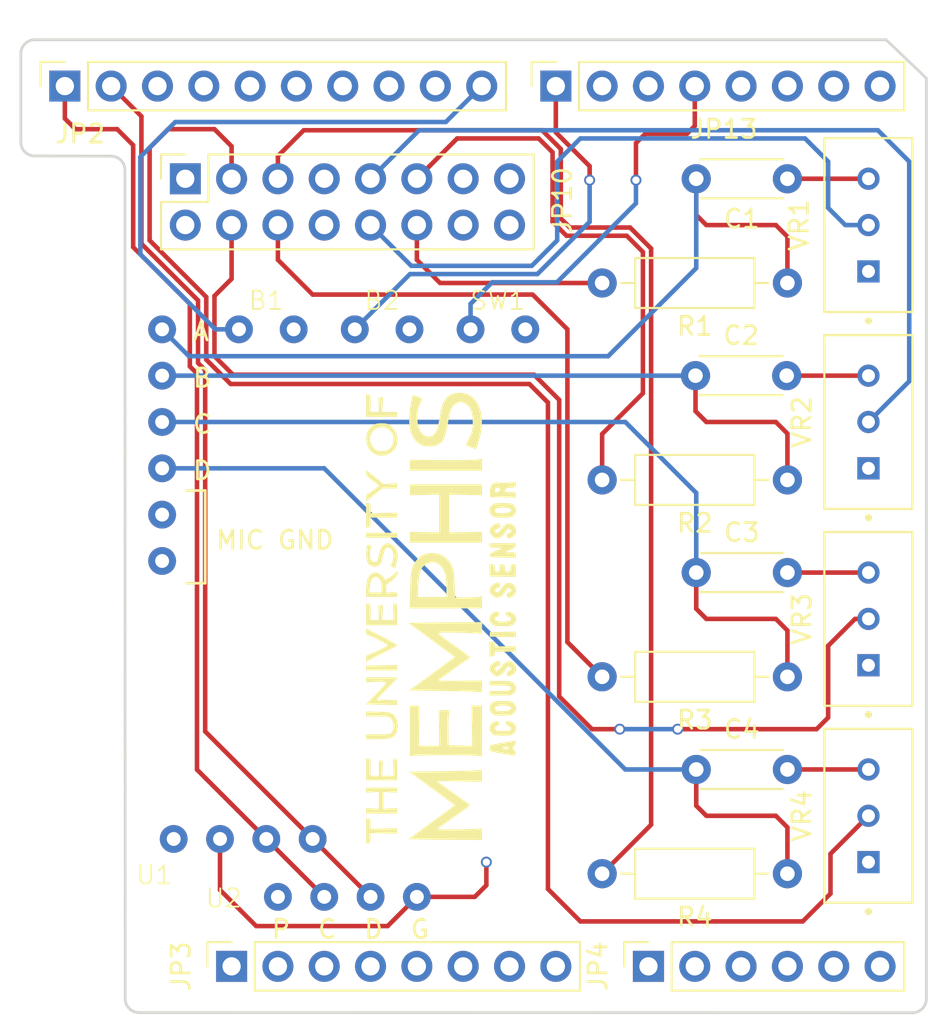
<source format=kicad_pcb>
(kicad_pcb (version 20221018) (generator pcbnew)
  (title_block (date "mar. 31 mars 2015"))
  (layers (0 "F.Cu" signal) (1 "In1.Cu" power) (2 "In2.Cu" power) (31 "B.Cu" signal) (34 "B.Paste" user) (35 "F.Paste" user) (36 "B.SilkS" user "B.Silkscreen") (37 "F.SilkS" user "F.Silkscreen") (38 "B.Mask" user) (39 "F.Mask" user) (44 "Edge.Cuts" user))
  (net 0 "")
  (net 1 "GND")
  (net 2 "Record")
  (net 3 "+5V")
  (net 4 "/IOREF")
  (net 5 "/A0")
  (net 6 "/A1")
  (net 7 "/A2")
  (net 8 "/A3")
  (net 9 "Gain")
  (net 10 "Net-(C1-Pad1)")
  (net 11 "Net-(M1-1)")
  (net 12 "Net-(M2-1)")
  (net 13 "/AREF")
  (net 14 "Net-(C2-Pad2)")
  (net 15 "Net-(M3-1)")
  (net 16 "Net-(C3-Pad2)")
  (net 17 "Net-(M4-1)")
  (net 18 "Net-(C4-Pad2)")
  (net 19 "SCL")
  (net 20 "SDA")
  (net 21 "/SPI_SCK{slash}D13")
  (net 22 "/SPI_MISO{slash}D12")
  (net 23 "/SPI_MOSI{slash}D11")
  (net 24 "/SPI_CS{slash}D10")
  (net 25 "/*D9")
  (net 26 "+3V3")
  (net 27 "VCC")
  (net 29 "/RST")
  (net 30 "/A4")
  (net 31 "/A5")
  (net 32 "/UART_SEL")
  (net 33 "Mic D")
  (net 34 "Mic C")
  (net 35 "Bias D")
  (net 36 "Bias C")
  (net 37 "Mic B")
  (net 38 "Mic A")
  (net 39 "Bias B")
  (net 40 "Bias A")
  (net 42 "/DMIC_CLK")
  (net 43 "/*D6")
  (net 44 "/*D5")
  (net 45 "Aux")
  (net 46 "/*D3")
  (net 47 "/D2")
  (net 48 "/TX{slash}D1")
  (net 49 "/RX{slash}D0")
  (net 50 "GNDA")
  (footprint "Connector_PinSocket_2.54mm:PinSocket_1x08_P2.54mm_Vertical" (layer "F.Cu") (at 127.94 97.46 90)
    (fp_text reference "JP3" (at 0 -2.77 90) (layer "F.SilkS"))
    (fp_text value "Power")
    (pad "1" thru_hole rect locked (at 0 0 90) (size 1.7 1.7) (drill 1) (layers "*.Cu" "*.Mask"))
    (pad "2" thru_hole oval locked (at 0 2.54 90) (size 1.7 1.7) (drill 1) (layers "*.Cu" "*.Mask") (net 4 "/IOREF"))
    (pad "3" thru_hole oval locked (at 0 5.08 90) (size 1.7 1.7) (drill 1) (layers "*.Cu" "*.Mask") (net 29 "/RST"))
    (pad "4" thru_hole oval locked (at 0 7.62 90) (size 1.7 1.7) (drill 1) (layers "*.Cu" "*.Mask") (net 26 "+3V3"))
    (pad "5" thru_hole oval locked (at 0 10.16 90) (size 1.7 1.7) (drill 1) (layers "*.Cu" "*.Mask") (net 3 "+5V"))
    (pad "6" thru_hole oval locked (at 0 12.7 90) (size 1.7 1.7) (drill 1) (layers "*.Cu" "*.Mask") (net 1 "GND"))
    (pad "7" thru_hole oval locked (at 0 15.24 90) (size 1.7 1.7) (drill 1) (layers "*.Cu" "*.Mask") (net 1 "GND"))
    (pad "8" thru_hole oval locked (at 0 17.78 90) (size 1.7 1.7) (drill 1) (layers "*.Cu" "*.Mask") (net 27 "VCC"))
  )
  (footprint "Connector_PinSocket_2.54mm:PinSocket_1x06_P2.54mm_Vertical" (layer "F.Cu") (at 150.8 97.46 90)
    (fp_text reference "JP4" (at 0 -2.77 90) (layer "F.SilkS"))
    (fp_text value "Analog")
    (pad "1" thru_hole rect locked (at 0 0 90) (size 1.7 1.7) (drill 1) (layers "*.Cu" "*.Mask") (net 5 "/A0"))
    (pad "2" thru_hole oval locked (at 0 2.54 90) (size 1.7 1.7) (drill 1) (layers "*.Cu" "*.Mask") (net 6 "/A1"))
    (pad "3" thru_hole oval locked (at 0 5.08 90) (size 1.7 1.7) (drill 1) (layers "*.Cu" "*.Mask") (net 7 "/A2"))
    (pad "4" thru_hole oval locked (at 0 7.62 90) (size 1.7 1.7) (drill 1) (layers "*.Cu" "*.Mask") (net 8 "/A3"))
    (pad "5" thru_hole oval locked (at 0 10.16 90) (size 1.7 1.7) (drill 1) (layers "*.Cu" "*.Mask") (net 30 "/A4"))
    (pad "6" thru_hole oval locked (at 0 12.7 90) (size 1.7 1.7) (drill 1) (layers "*.Cu" "*.Mask") (net 31 "/A5"))
  )
  (footprint "Connector_PinSocket_2.54mm:PinSocket_1x10_P2.54mm_Vertical" (layer "F.Cu") (at 118.796 49.2 90)
    (fp_text reference "JP2" (at -2.616 0.838 180) (layer "F.SilkS"))
    (fp_text value "Digital/PWM")
    (pad "1" thru_hole rect locked (at 0 0 90) (size 1.7 1.7) (drill 1) (layers "*.Cu" "*.Mask") (net 19 "SCL"))
    (pad "2" thru_hole oval locked (at 0 2.54 90) (size 1.7 1.7) (drill 1) (layers "*.Cu" "*.Mask") (net 20 "SDA"))
    (pad "3" thru_hole oval locked (at 0 5.08 90) (size 1.7 1.7) (drill 1) (layers "*.Cu" "*.Mask") (net 13 "/AREF"))
    (pad "4" thru_hole oval locked (at 0 7.62 90) (size 1.7 1.7) (drill 1) (layers "*.Cu" "*.Mask") (net 1 "GND"))
    (pad "5" thru_hole oval locked (at 0 10.16 90) (size 1.7 1.7) (drill 1) (layers "*.Cu" "*.Mask") (net 21 "/SPI_SCK{slash}D13"))
    (pad "6" thru_hole oval locked (at 0 12.7 90) (size 1.7 1.7) (drill 1) (layers "*.Cu" "*.Mask") (net 22 "/SPI_MISO{slash}D12"))
    (pad "7" thru_hole oval locked (at 0 15.24 90) (size 1.7 1.7) (drill 1) (layers "*.Cu" "*.Mask") (net 23 "/SPI_MOSI{slash}D11"))
    (pad "8" thru_hole oval locked (at 0 17.78 90) (size 1.7 1.7) (drill 1) (layers "*.Cu" "*.Mask") (net 24 "/SPI_CS{slash}D10"))
    (pad "9" thru_hole oval locked (at 0 20.32 90) (size 1.7 1.7) (drill 1) (layers "*.Cu" "*.Mask") (net 25 "/*D9"))
    (pad "10" thru_hole oval locked (at 0 22.86 90) (size 1.7 1.7) (drill 1) (layers "*.Cu" "*.Mask") (net 2 "Record"))
  )
  (footprint "Connector_PinSocket_2.54mm:PinSocket_1x08_P2.54mm_Vertical" (layer "F.Cu") (at 145.72 49.2 90)
    (fp_text reference "JP13" hide)
    (fp_text value "Digital/PWM")
    (fp_text user "${REFERENCE}" (at -2.362 9.22) (layer "F.SilkS"))
    (pad "1" thru_hole rect locked (at 0 0 90) (size 1.7 1.7) (drill 1) (layers "*.Cu" "*.Mask") (net 9 "Gain"))
    (pad "2" thru_hole oval locked (at 0 2.54 90) (size 1.7 1.7) (drill 1) (layers "*.Cu" "*.Mask") (net 43 "/*D6"))
    (pad "3" thru_hole oval locked (at 0 5.08 90) (size 1.7 1.7) (drill 1) (layers "*.Cu" "*.Mask") (net 44 "/*D5"))
    (pad "4" thru_hole oval locked (at 0 7.62 90) (size 1.7 1.7) (drill 1) (layers "*.Cu" "*.Mask") (net 45 "Aux"))
    (pad "5" thru_hole oval locked (at 0 10.16 90) (size 1.7 1.7) (drill 1) (layers "*.Cu" "*.Mask") (net 46 "/*D3"))
    (pad "6" thru_hole oval locked (at 0 12.7 90) (size 1.7 1.7) (drill 1) (layers "*.Cu" "*.Mask") (net 47 "/D2"))
    (pad "7" thru_hole oval locked (at 0 15.24 90) (size 1.7 1.7) (drill 1) (layers "*.Cu" "*.Mask") (net 48 "/TX{slash}D1"))
    (pad "8" thru_hole oval locked (at 0 17.78 90) (size 1.7 1.7) (drill 1) (layers "*.Cu" "*.Mask") (net 49 "/RX{slash}D0"))
  )
  (footprint "Resistor_THT:R_Axial_DIN0207_L6.3mm_D2.5mm_P10.16mm_Horizontal" (layer "F.Cu") (at 158.42 70.79 180)
    (fp_text reference "R2" (at 5.08 -2.37) (layer "F.SilkS"))
    (fp_text value "2.2k")
    (pad "1" thru_hole circle (at 0 0 180) (size 1.6 1.6) (drill 0.8) (layers "*.Cu" "*.Mask") (net 12 "Net-(M2-1)"))
    (pad "2" thru_hole oval (at 10.16 0 180) (size 1.6 1.6) (drill 0.8) (layers "*.Cu" "*.Mask") (net 39 "Bias B"))
  )
  (footprint "KevinAcousticSensor:Jumper-Cable_Button-Switch" (layer "F.Cu") (at 136.195 62.535)
    (fp_text reference "B2" (at 0 -1.575 unlocked) (layer "F.SilkS") (effects (font (thickness 0.1))))
    (fp_text value "~")
    (pad "1" thru_hole circle (at -1.5 0) (size 1.524 1.524) (drill 0.762) (layers "*.Cu" "*.Mask") (net 9 "Gain"))
    (pad "2" thru_hole circle (at 1.5 0) (size 1.524 1.524) (drill 0.762) (layers "*.Cu" "*.Mask") (net 1 "GND"))
  )
  (footprint "KevinAcousticSensor:TRIM_3296W-1-103" (layer "F.Cu") (at 162.865 78.41 90)
    (fp_text reference "VR3" (at 0 -3.65058 90) (layer "F.SilkS") (effects (font (size 1.004283 1.004283))))
    (fp_text value "MIC C")
    (pad "1" thru_hole rect (at -2.54 0 90) (size 1.218 1.218) (drill 0.71) (layers "*.Cu" "*.Mask") (net 1 "GND"))
    (pad "2" thru_hole circle (at 0 0 90) (size 1.218 1.218) (drill 0.71) (layers "*.Cu" "*.Mask") (net 34 "Mic C"))
    (pad "3" thru_hole circle (at 2.54 0 90) (size 1.218 1.218) (drill 0.71) (layers "*.Cu" "*.Mask") (net 16 "Net-(C3-Pad2)"))
  )
  (footprint "KevinAcousticSensor:TRIM_3296W-1-103" (layer "F.Cu") (at 162.865 56.82 90)
    (fp_text reference "VR1" (at 0 -3.81 90) (layer "F.SilkS") (effects (font (size 1.004283 1.004283))))
    (fp_text value "MIC A")
    (pad "1" thru_hole rect (at -2.54 0 90) (size 1.218 1.218) (drill 0.71) (layers "*.Cu" "*.Mask") (net 1 "GND"))
    (pad "2" thru_hole circle (at 0 0 90) (size 1.218 1.218) (drill 0.71) (layers "*.Cu" "*.Mask") (net 38 "Mic A"))
    (pad "3" thru_hole circle (at 2.54 0 90) (size 1.218 1.218) (drill 0.71) (layers "*.Cu" "*.Mask") (net 10 "Net-(C1-Pad1)"))
  )
  (footprint "KevinAcousticSensor:TRIM_3296W-1-103" (layer "F.Cu") (at 162.865 89.205 90)
    (fp_text reference "VR4" (at 0 -3.65058 90) (layer "F.SilkS") (effects (font (size 1.004283 1.004283))))
    (fp_text value "MIC D")
    (pad "1" thru_hole rect (at -2.54 0 90) (size 1.218 1.218) (drill 0.71) (layers "*.Cu" "*.Mask") (net 1 "GND"))
    (pad "2" thru_hole circle (at 0 0 90) (size 1.218 1.218) (drill 0.71) (layers "*.Cu" "*.Mask") (net 33 "Mic D"))
    (pad "3" thru_hole circle (at 2.54 0 90) (size 1.218 1.218) (drill 0.71) (layers "*.Cu" "*.Mask") (net 18 "Net-(C4-Pad2)"))
  )
  (footprint "KevinAcousticSensor:OLED_Display" (layer "F.Cu") (at 128.575 90.475)
    (fp_text reference "U1" (at -4.877 1.981 unlocked) (layer "F.SilkS") (effects (font (thickness 0.1))))
    (fp_text value "~")
    (pad "1" thru_hole circle (at -3.81 0) (size 1.524 1.524) (drill 0.762) (layers "*.Cu" "*.Mask") (net 26 "+3V3"))
    (pad "2" thru_hole circle (at -1.27 0) (size 1.524 1.524) (drill 0.762) (layers "*.Cu" "*.Mask") (net 1 "GND"))
    (pad "3" thru_hole circle (at 1.27 0) (size 1.524 1.524) (drill 0.762) (layers "*.Cu" "*.Mask") (net 19 "SCL"))
    (pad "4" thru_hole circle (at 3.81 0) (size 1.524 1.524) (drill 0.762) (layers "*.Cu" "*.Mask") (net 20 "SDA"))
  )
  (footprint "KevinAcousticSensor:OLED_Display" (layer "F.Cu") (at 134.29 93.65)
    (fp_text reference "U2" (at -6.782 0.076 unlocked) (layer "F.SilkS") (effects (font (thickness 0.1))))
    (fp_text value "~")
    (pad "1" thru_hole circle (at -3.81 0) (size 1.524 1.524) (drill 0.762) (layers "*.Cu" "*.Mask") (net 26 "+3V3"))
    (pad "2" thru_hole circle (at -1.27 0) (size 1.524 1.524) (drill 0.762) (layers "*.Cu" "*.Mask") (net 19 "SCL"))
    (pad "3" thru_hole circle (at 1.27 0) (size 1.524 1.524) (drill 0.762) (layers "*.Cu" "*.Mask") (net 20 "SDA"))
    (pad "4" thru_hole circle (at 3.81 0) (size 1.524 1.524) (drill 0.762) (layers "*.Cu" "*.Mask") (net 1 "GND"))
  )
  (footprint "Capacitor_THT:C_Disc_D4.3mm_W1.9mm_P5.00mm" (layer "F.Cu") (at 158.42 54.28 180)
    (fp_text reference "C1" (at 2.5 -2.2) (layer "F.SilkS"))
    (fp_text value "1u")
    (pad "1" thru_hole circle (at 0 0 180) (size 1.6 1.6) (drill 0.8) (layers "*.Cu" "*.Mask") (net 10 "Net-(C1-Pad1)"))
    (pad "2" thru_hole circle (at 5 0 180) (size 1.6 1.6) (drill 0.8) (layers "*.Cu" "*.Mask") (net 11 "Net-(M1-1)"))
  )
  (footprint "Capacitor_THT:C_Disc_D4.3mm_W1.9mm_P5.00mm" (layer "F.Cu") (at 153.42 75.87)
    (fp_text reference "C3" (at 2.5 -2.2) (layer "F.SilkS"))
    (fp_text value "1u")
    (pad "1" thru_hole circle (at 0 0) (size 1.6 1.6) (drill 0.8) (layers "*.Cu" "*.Mask") (net 15 "Net-(M3-1)"))
    (pad "2" thru_hole circle (at 5 0) (size 1.6 1.6) (drill 0.8) (layers "*.Cu" "*.Mask") (net 16 "Net-(C3-Pad2)"))
  )
  (footprint "Resistor_THT:R_Axial_DIN0207_L6.3mm_D2.5mm_P10.16mm_Horizontal" (layer "F.Cu") (at 158.42 59.995 180)
    (fp_text reference "R1" (at 5.08 -2.37) (layer "F.SilkS"))
    (fp_text value "2.2k")
    (pad "1" thru_hole circle (at 0 0 180) (size 1.6 1.6) (drill 0.8) (layers "*.Cu" "*.Mask") (net 11 "Net-(M1-1)"))
    (pad "2" thru_hole oval (at 10.16 0 180) (size 1.6 1.6) (drill 0.8) (layers "*.Cu" "*.Mask") (net 40 "Bias A"))
  )
  (footprint "Resistor_THT:R_Axial_DIN0207_L6.3mm_D2.5mm_P10.16mm_Horizontal" (layer "F.Cu") (at 158.42 81.585 180)
    (fp_text reference "R3" (at 5.08 -2.37) (layer "F.SilkS"))
    (fp_text value "2.2k")
    (pad "1" thru_hole circle (at 0 0 180) (size 1.6 1.6) (drill 0.8) (layers "*.Cu" "*.Mask") (net 15 "Net-(M3-1)"))
    (pad "2" thru_hole oval (at 10.16 0 180) (size 1.6 1.6) (drill 0.8) (layers "*.Cu" "*.Mask") (net 36 "Bias C"))
  )
  (footprint "KevinAcousticSensor:TRIM_3296W-1-103" (layer "F.Cu") (at 162.865 67.615 90)
    (fp_text reference "VR2" (at 0 -3.65058 90) (layer "F.SilkS") (effects (font (size 1.004283 1.004283))))
    (fp_text value "MIC B")
    (pad "1" thru_hole rect (at -2.54 0 90) (size 1.218 1.218) (drill 0.71) (layers "*.Cu" "*.Mask") (net 1 "GND"))
    (pad "2" thru_hole circle (at 0 0 90) (size 1.218 1.218) (drill 0.71) (layers "*.Cu" "*.Mask") (net 37 "Mic B"))
    (pad "3" thru_hole circle (at 2.54 0 90) (size 1.218 1.218) (drill 0.71) (layers "*.Cu" "*.Mask") (net 14 "Net-(C2-Pad2)"))
  )
  (footprint "KevinAcousticSensor:Jumper-Cable_Button-Switch" (layer "F.Cu") (at 129.845 62.535)
    (fp_text reference "B1" (at 0 -1.575 unlocked) (layer "F.SilkS") (effects (font (thickness 0.1))))
    (fp_text value "~")
    (pad "1" thru_hole circle (at -1.5 0) (size 1.524 1.524) (drill 0.762) (layers "*.Cu" "*.Mask") (net 2 "Record"))
    (pad "2" thru_hole circle (at 1.5 0) (size 1.524 1.524) (drill 0.762) (layers "*.Cu" "*.Mask") (net 1 "GND"))
  )
  (footprint "KevinAcousticSensor:Jumper-Cable_Button-Switch" (layer "F.Cu") (at 142.545 62.535)
    (fp_text reference "SW1" (at 0 -1.575 unlocked) (layer "F.SilkS") (effects (font (thickness 0.1))))
    (fp_text value "~")
    (pad "1" thru_hole circle (at -1.5 0) (size 1.524 1.524) (drill 0.762) (layers "*.Cu" "*.Mask") (net 45 "Aux"))
    (pad "2" thru_hole circle (at 1.5 0) (size 1.524 1.524) (drill 0.762) (layers "*.Cu" "*.Mask") (net 1 "GND"))
  )
  (footprint "Capacitor_THT:C_Disc_D4.3mm_W1.9mm_P5.00mm" (layer "F.Cu") (at 153.38 65.075)
    (fp_text reference "C2" (at 2.5 -2.2) (layer "F.SilkS"))
    (fp_text value "1u")
    (pad "1" thru_hole circle (at 0 0) (size 1.6 1.6) (drill 0.8) (layers "*.Cu" "*.Mask") (net 12 "Net-(M2-1)"))
    (pad "2" thru_hole circle (at 5 0) (size 1.6 1.6) (drill 0.8) (layers "*.Cu" "*.Mask") (net 14 "Net-(C2-Pad2)"))
  )
  (footprint "KevinAcousticSensor:MicArray" (layer "F.Cu") (at 124.13 68.885 -90)
    (fp_text reference "REF**" hide)
    (fp_text value "MicArray")
    (pad "1" thru_hole circle (at -6.35 0 270) (size 1.524 1.524) (drill 0.762) (layers "*.Cu" "*.Mask") (net 11 "Net-(M1-1)"))
    (pad "2" thru_hole circle (at -3.81 0 270) (size 1.524 1.524) (drill 0.762) (layers "*.Cu" "*.Mask") (net 12 "Net-(M2-1)"))
    (pad "3" thru_hole circle (at -1.27 0 270) (size 1.524 1.524) (drill 0.762) (layers "*.Cu" "*.Mask") (net 15 "Net-(M3-1)"))
    (pad "4" thru_hole circle (at 1.27 0 270) (size 1.524 1.524) (drill 0.762) (layers "*.Cu" "*.Mask") (net 17 "Net-(M4-1)"))
    (pad "5" thru_hole circle (at 3.81 0 270) (size 1.524 1.524) (drill 0.762) (layers "*.Cu" "*.Mask") (net 50 "GNDA"))
    (pad "6" thru_hole circle (at 6.35 0 270) (size 1.524 1.524) (drill 0.762) (layers "*.Cu" "*.Mask") (net 50 "GNDA"))
  )
  (footprint "KevinAcousticSensor:UofMLogoRevisedMedium" (layer "F.Cu") (at 139.37 78.41 90)
    (fp_text reference "G***" hide)
    (fp_text value "LOGO" hide)
  )
  (footprint "Capacitor_THT:C_Disc_D4.3mm_W1.9mm_P5.00mm" (layer "F.Cu") (at 153.42 86.665)
    (fp_text reference "C4" (at 2.5 -2.2) (layer "F.SilkS"))
    (fp_text value "1u")
    (pad "1" thru_hole circle (at 0 0) (size 1.6 1.6) (drill 0.8) (layers "*.Cu" "*.Mask") (net 17 "Net-(M4-1)"))
    (pad "2" thru_hole circle (at 5 0) (size 1.6 1.6) (drill 0.8) (layers "*.Cu" "*.Mask") (net 18 "Net-(C4-Pad2)"))
  )
  (footprint "Resistor_THT:R_Axial_DIN0207_L6.3mm_D2.5mm_P10.16mm_Horizontal" (layer "F.Cu") (at 158.42 92.38 180)
    (fp_text reference "R4" (at 5.08 -2.37) (layer "F.SilkS"))
    (fp_text value "2.2k")
    (pad "1" thru_hole circle (at 0 0 180) (size 1.6 1.6) (drill 0.8) (layers "*.Cu" "*.Mask") (net 17 "Net-(M4-1)"))
    (pad "2" thru_hole oval (at 10.16 0 180) (size 1.6 1.6) (drill 0.8) (layers "*.Cu" "*.Mask") (net 35 "Bias D"))
  )
  (footprint "Connector_PinSocket_2.54mm:PinSocket_2x08_P2.54mm_Vertical" (layer "F.Cu") (at 125.4 54.28 90)
    (fp_text reference "JP10" (at -1.1938 20.6756 90) (layer "F.SilkS"))
    (fp_text value "Microphone Pins")
    (pad "1" thru_hole rect (at 0 0 90) (size 1.7 1.7) (drill 1) (layers "*.Cu" "*.Mask") (net 1 "GND"))
    (pad "2" thru_hole oval (at -2.54 0 90) (size 1.7 1.7) (drill 1) (layers "*.Cu" "*.Mask") (net 32 "/UART_SEL"))
    (pad "3" thru_hole oval (at 0 2.54 90) (size 1.7 1.7) (drill 1) (layers "*.Cu" "*.Mask") (net 33 "Mic D"))
    (pad "4" thru_hole oval (at -2.54 2.54 90) (size 1.7 1.7) (drill 1) (layers "*.Cu" "*.Mask") (net 34 "Mic C"))
    (pad "5" thru_hole oval (at 0 5.08 90) (size 1.7 1.7) (drill 1) (layers "*.Cu" "*.Mask") (net 35 "Bias D"))
    (pad "6" thru_hole oval (at -2.54 5.08 90) (size 1.7 1.7) (drill 1) (layers "*.Cu" "*.Mask") (net 36 "Bias C"))
    (pad "7" thru_hole oval (at 0 7.62 90) (size 1.7 1.7) (drill 1) (layers "*.Cu" "*.Mask") (net 50 "GNDA"))
    (pad "8" thru_hole oval (at -2.54 7.62 90) (size 1.7 1.7) (drill 1) (layers "*.Cu" "*.Mask") (net 50 "GNDA"))
    (pad "9" thru_hole oval (at 0 10.16 90) (size 1.7 1.7) (drill 1) (layers "*.Cu" "*.Mask") (net 37 "Mic B"))
    (pad "10" thru_hole oval (at -2.54 10.16 90) (size 1.7 1.7) (drill 1) (layers "*.Cu" "*.Mask") (net 38 "Mic A"))
    (pad "11" thru_hole oval (at 0 12.7 90) (size 1.7 1.7) (drill 1) (layers "*.Cu" "*.Mask") (net 39 "Bias B"))
    (pad "12" thru_hole oval (at -2.54 12.7 90) (size 1.7 1.7) (drill 1) (layers "*.Cu" "*.Mask") (net 40 "Bias A"))
    (pad "13" thru_hole oval (at 0 15.24 90) (size 1.7 1.7) (drill 1) (layers "*.Cu" "*.Mask") (net 50 "GNDA"))
    (pad "14" thru_hole oval (at -2.54 15.24 90) (size 1.7 1.7) (drill 1) (layers "*.Cu" "*.Mask") (net 50 "GNDA"))
    (pad "15" thru_hole oval (at 0 17.78 90) (size 1.7 1.7) (drill 1) (layers "*.Cu" "*.Mask"))
    (pad "16" thru_hole oval (at -2.54 17.78 90) (size 1.7 1.7) (drill 1) (layers "*.Cu" "*.Mask") (net 42 "/DMIC_CLK"))
  )
  (gr_line (start 125.476 71.374) (end 126.492 71.374) (stroke (width 0.15)) (layer "F.SilkS"))
  (gr_line (start 126.492 76.454) (end 125.476 76.454) (stroke (width 0.15)) (layer "F.SilkS"))
  (gr_line (start 126.492 71.374) (end 126.492 76.454) (stroke (width 0.15)) (layer "F.SilkS"))
  (gr_line (start 166.04 59.36) (end 166.04 61.9) (stroke (width 0.15)) (layer "Edge.Cuts"))
  (gr_line (start 116.382999 52.267985) (end 116.383 47.422) (stroke (width 0.15)) (layer "Edge.Cuts"))
  (gr_line (start 166.04 61.9) (end 166.04 96.19) (stroke (width 0.15)) (layer "Edge.Cuts"))
  (gr_line (start 165.278 100) (end 122.865415 99.994584) (stroke (width 0.15)) (layer "Edge.Cuts"))
  (gr_line (start 117.145 46.66) (end 163.83 46.66) (stroke (width 0.15)) (layer "Edge.Cuts"))
  (gr_arc (start 122.865415 99.994584) (mid 122.328505 99.773297) (end 122.103435 99.237962) (stroke (width 0.15)) (layer "Edge.Cuts"))
  (gr_line (start 117.144999 53.029985) (end 121.330585 53.040815) (stroke (width 0.15)) (layer "Edge.Cuts"))
  (gr_line (start 166.04 96.19) (end 166.04 98.73) (stroke (width 0.15)) (layer "Edge.Cuts"))
  (gr_line (start 163.83 46.66) (end 166.04 48.768) (stroke (width 0.15)) (layer "Edge.Cuts"))
  (gr_line (start 122.103435 99.237962) (end 122.092585 53.802815) (stroke (width 0.15)) (layer "Edge.Cuts"))
  (gr_arc (start 166.04 99.238) (mid 165.816815 99.776815) (end 165.278 100) (stroke (width 0.15)) (layer "Edge.Cuts"))
  (gr_arc (start 117.144999 53.029985) (mid 116.606184 52.8068) (end 116.382999 52.267985) (stroke (width 0.15)) (layer "Edge.Cuts"))
  (gr_arc (start 121.330585 53.040815) (mid 121.8694 53.264) (end 122.092585 53.802815) (stroke (width 0.15)) (layer "Edge.Cuts"))
  (gr_line (start 166.04 48.768) (end 166.04 59.36) (stroke (width 0.15)) (layer "Edge.Cuts"))
  (gr_line (start 166.04 98.73) (end 166.04 99.238) (stroke (width 0.15)) (layer "Edge.Cuts"))
  (gr_arc (start 116.383 47.422) (mid 116.606185 46.883185) (end 117.145 46.66) (stroke (width 0.15)) (layer "Edge.Cuts"))
  (gr_text "B" (at 125.73 65.786) (layer "F.SilkS") (effects (font (size 1 1)) (justify left bottom)))
  (gr_text "D" (at 125.73 70.866) (layer "F.SilkS") (effects (font (size 1 1)) (justify left bottom)))
  (gr_text "P" (at 130.048 96.012) (layer "F.SilkS") (effects (font (size 1 1)) (justify left bottom)))
  (gr_text "C" (at 125.73 68.326) (layer "F.SilkS") (effects (font (size 1 1)) (justify left bottom)))
  (gr_text "A" (at 125.73 63.246) (layer "F.SilkS") (effects (font (size 1 1)) (justify left bottom)))
  (gr_text "C" (at 132.588 96.012) (layer "F.SilkS") (effects (font (size 1 1)) (justify left bottom)))
  (gr_text "D" (at 135.128 96.012) (layer "F.SilkS") (effects (font (size 1 1)) (justify left bottom)))
  (gr_text "MIC GND" (at 127 74.676) (layer "F.SilkS") (effects (font (size 1 1)) (justify left bottom)))
  (gr_text "G" (at 137.668 96.012) (layer "F.SilkS") (effects (font (size 1 1)) (justify left bottom)))
  (segment (start 136.5 95.25) (end 138.1 93.65) (width 0.25) (layer "F.Cu") (net 1))
  (segment (start 138.1 93.65) (end 141.275 93.65) (width 0.25) (layer "F.Cu") (net 1))
  (segment (start 141.91 93.015) (end 141.91 91.745) (width 0.25) (layer "F.Cu") (net 1))
  (segment (start 129.286 95.25) (end 136.5 95.25) (width 0.25) (layer "F.Cu") (net 1))
  (segment (start 127.305 90.475) (end 127.305 93.269) (width 0.25) (layer "F.Cu") (net 1))
  (segment (start 141.275 93.65) (end 141.91 93.015) (width 0.25) (layer "F.Cu") (net 1))
  (segment (start 127.305 93.269) (end 129.286 95.25) (width 0.25) (layer "F.Cu") (net 1))
  (via (at 141.91 91.745) (size 0.6) (drill 0.4) (layers "F.Cu" "B.Cu") (net 1))
  (segment (start 127.051 62.535) (end 122.936 58.42) (width 0.25) (layer "B.Cu") (net 2))
  (segment (start 128.345 62.535) (end 127.051 62.535) (width 0.25) (layer "B.Cu") (net 2))
  (segment (start 122.936 58.42) (end 122.936 53.086) (width 0.25) (layer "B.Cu") (net 2))
  (segment (start 124.852 51.17) (end 139.686 51.17) (width 0.25) (layer "B.Cu") (net 2))
  (segment (start 139.686 51.17) (end 141.656 49.2) (width 0.25) (layer "B.Cu") (net 2))
  (segment (start 122.936 53.086) (end 124.852 51.17) (width 0.25) (layer "B.Cu") (net 2))
  (segment (start 147.574 53.591208) (end 147.574 54.356) (width 0.25) (layer "F.Cu") (net 9))
  (segment (start 145.72 49.2) (end 145.72 51.737208) (width 0.25) (layer "F.Cu") (net 9))
  (segment (start 145.72 51.737208) (end 147.574 53.591208) (width 0.25) (layer "F.Cu") (net 9))
  (via (at 147.574 54.356) (size 0.6) (drill 0.4) (layers "F.Cu" "B.Cu") (net 9))
  (segment (start 137.725 59.505) (end 144.711 59.505) (width 0.25) (layer "B.Cu") (net 9))
  (segment (start 144.711 59.505) (end 147.574 56.642) (width 0.25) (layer "B.Cu") (net 9))
  (segment (start 134.695 62.535) (end 137.725 59.505) (width 0.25) (layer "B.Cu") (net 9))
  (segment (start 147.574 56.642) (end 147.574 54.356) (width 0.25) (layer "B.Cu") (net 9))
  (segment (start 162.865 54.28) (end 158.42 54.28) (width 0.25) (layer "F.Cu") (net 10))
  (segment (start 153.975 56.82) (end 157.785 56.82) (width 0.25) (layer "F.Cu") (net 11))
  (segment (start 158.42 57.455) (end 158.42 59.995) (width 0.25) (layer "F.Cu") (net 11))
  (segment (start 157.785 56.82) (end 158.42 57.455) (width 0.25) (layer "F.Cu") (net 11))
  (segment (start 153.42 56.265) (end 153.975 56.82) (width 0.25) (layer "F.Cu") (net 11))
  (segment (start 153.42 54.28) (end 153.42 56.265) (width 0.25) (layer "F.Cu") (net 11))
  (segment (start 125.603 64.008) (end 148.59 64.008) (width 0.25) (layer "B.Cu") (net 11))
  (segment (start 124.13 62.535) (end 125.603 64.008) (width 0.25) (layer "B.Cu") (net 11))
  (segment (start 153.42 59.178) (end 153.42 54.28) (width 0.25) (layer "B.Cu") (net 11))
  (segment (start 148.59 64.008) (end 153.42 59.178) (width 0.25) (layer "B.Cu") (net 11))
  (segment (start 153.38 67.02) (end 153.975 67.615) (width 0.25) (layer "F.Cu") (net 12))
  (segment (start 157.785 67.615) (end 158.42 68.25) (width 0.25) (layer "F.Cu") (net 12))
  (segment (start 158.42 68.25) (end 158.42 70.79) (width 0.25) (layer "F.Cu") (net 12))
  (segment (start 153.38 65.075) (end 153.38 67.02) (width 0.25) (layer "F.Cu") (net 12))
  (segment (start 153.975 67.615) (end 157.785 67.615) (width 0.25) (layer "F.Cu") (net 12))
  (segment (start 124.13 65.075) (end 153.38 65.075) (width 0.25) (layer "B.Cu") (net 12))
  (segment (start 162.865 65.075) (end 158.38 65.075) (width 0.25) (layer "F.Cu") (net 14))
  (segment (start 153.42 75.87) (end 153.42 77.855) (width 0.25) (layer "F.Cu") (net 15))
  (segment (start 157.785 78.41) (end 158.42 79.045) (width 0.25) (layer "F.Cu") (net 15))
  (segment (start 158.42 79.045) (end 158.42 81.585) (width 0.25) (layer "F.Cu") (net 15))
  (segment (start 153.42 77.855) (end 153.975 78.41) (width 0.25) (layer "F.Cu") (net 15))
  (segment (start 153.975 78.41) (end 157.785 78.41) (width 0.25) (layer "F.Cu") (net 15))
  (segment (start 153.42 71.505) (end 153.42 75.87) (width 0.25) (layer "B.Cu") (net 15))
  (segment (start 149.53 67.615) (end 153.42 71.505) (width 0.25) (layer "B.Cu") (net 15))
  (segment (start 124.13 67.615) (end 149.53 67.615) (width 0.25) (layer "B.Cu") (net 15))
  (segment (start 162.865 75.87) (end 158.42 75.87) (width 0.25) (layer "F.Cu") (net 16))
  (segment (start 153.975 89.205) (end 157.785 89.205) (width 0.25) (layer "F.Cu") (net 17))
  (segment (start 153.42 88.65) (end 153.975 89.205) (width 0.25) (layer "F.Cu") (net 17))
  (segment (start 158.42 89.84) (end 158.42 92.38) (width 0.25) (layer "F.Cu") (net 17))
  (segment (start 153.42 86.665) (end 153.42 88.65) (width 0.25) (layer "F.Cu") (net 17))
  (segment (start 157.785 89.205) (end 158.42 89.84) (width 0.25) (layer "F.Cu") (net 17))
  (segment (start 133.02 70.155) (end 149.53 86.665) (width 0.25) (layer "B.Cu") (net 17))
  (segment (start 149.53 86.665) (end 153.42 86.665) (width 0.25) (layer "B.Cu") (net 17))
  (segment (start 124.13 70.155) (end 133.02 70.155) (width 0.25) (layer "B.Cu") (net 17))
  (segment (start 162.865 86.665) (end 158.42 86.665) (width 0.25) (layer "F.Cu") (net 18))
  (segment (start 126.042 86.672) (end 126.042 64.959188) (width 0.25) (layer "F.Cu") (net 19))
  (segment (start 126.042 64.959188) (end 125.65 64.567188) (width 0.25) (layer "F.Cu") (net 19))
  (segment (start 129.845 90.475) (end 126.042 86.672) (width 0.25) (layer "F.Cu") (net 19))
  (segment (start 125.65 64.567188) (end 125.65 61.136792) (width 0.25) (layer "F.Cu") (net 19))
  (segment (start 129.845 90.475) (end 133.02 93.65) (width 0.25) (layer "F.Cu") (net 19))
  (segment (start 118.796 50.978) (end 118.796 49.2) (width 0.25) (layer "F.Cu") (net 19))
  (segment (start 125.65 61.136792) (end 122.544 58.030792) (width 0.25) (layer "F.Cu") (net 19))
  (segment (start 121.666 51.562) (end 119.38 51.562) (width 0.25) (layer "F.Cu") (net 19))
  (segment (start 122.544 52.44) (end 121.666 51.562) (width 0.25) (layer "F.Cu") (net 19))
  (segment (start 122.544 58.030792) (end 122.544 52.44) (width 0.25) (layer "F.Cu") (net 19))
  (segment (start 119.38 51.562) (end 118.796 50.978) (width 0.25) (layer "F.Cu") (net 19))
  (segment (start 122.994 50.858) (end 121.336 49.2) (width 0.25) (layer "F.Cu") (net 20))
  (segment (start 122.994 57.844396) (end 122.994 50.858) (width 0.25) (layer "F.Cu") (net 20))
  (segment (start 126.492 84.582) (end 126.492 64.772792) (width 0.25) (layer "F.Cu") (net 20))
  (segment (start 126.492 64.772792) (end 126.1 64.380792) (width 0.25) (layer "F.Cu") (net 20))
  (segment (start 126.1 64.380792) (end 126.1 60.950396) (width 0.25) (layer "F.Cu") (net 20))
  (segment (start 126.1 60.950396) (end 122.994 57.844396) (width 0.25) (layer "F.Cu") (net 20))
  (segment (start 132.385 90.475) (end 126.492 84.582) (width 0.25) (layer "F.Cu") (net 20))
  (segment (start 132.385 90.475) (end 135.56 93.65) (width 0.25) (layer "F.Cu") (net 20))
  (segment (start 145.288 93.218) (end 145.288 66.548) (width 0.25) (layer "F.Cu") (net 33))
  (segment (start 144.272 65.532) (end 127.887604 65.532) (width 0.25) (layer "F.Cu") (net 33))
  (segment (start 160.782 93.472) (end 159.258 94.996) (width 0.25) (layer "F.Cu") (net 33))
  (segment (start 127.887604 65.532) (end 126.55 64.194396) (width 0.25) (layer "F.Cu") (net 33))
  (segment (start 123.444 57.658) (end 123.444 52.578) (width 0.25) (layer "F.Cu") (net 33))
  (segment (start 126.55 64.194396) (end 126.55 60.764) (width 0.25) (layer "F.Cu") (net 33))
  (segment (start 124.46 51.562) (end 127 51.562) (width 0.25) (layer "F.Cu") (net 33))
  (segment (start 127.94 52.502) (end 127.94 54.28) (width 0.25) (layer "F.Cu") (net 33))
  (segment (start 126.55 60.764) (end 123.444 57.658) (width 0.25) (layer "F.Cu") (net 33))
  (segment (start 162.865 89.205) (end 160.782 91.288) (width 0.25) (layer "F.Cu") (net 33))
  (segment (start 159.258 94.996) (end 147.066 94.996) (width 0.25) (layer "F.Cu") (net 33))
  (segment (start 127 51.562) (end 127.94 52.502) (width 0.25) (layer "F.Cu") (net 33))
  (segment (start 147.066 94.996) (end 145.288 93.218) (width 0.25) (layer "F.Cu") (net 33))
  (segment (start 123.444 52.578) (end 124.46 51.562) (width 0.25) (layer "F.Cu") (net 33))
  (segment (start 145.288 66.548) (end 144.272 65.532) (width 0.25) (layer "F.Cu") (net 33))
  (segment (start 160.782 91.288) (end 160.782 93.472) (width 0.25) (layer "F.Cu") (net 33))
  (segment (start 160.655 83.82) (end 160.02 84.455) (width 0.25) (layer "F.Cu") (net 34))
  (segment (start 127.94 59.766) (end 127.94 56.82) (width 0.25) (layer "F.Cu") (net 34))
  (segment (start 127 60.706) (end 127.94 59.766) (width 0.25) (layer "F.Cu") (net 34))
  (segment (start 145.905 66.403) (end 144.526 65.024) (width 0.25) (layer "F.Cu") (net 34))
  (segment (start 147.701 84.455) (end 145.905 82.659) (width 0.25) (layer "F.Cu") (net 34))
  (segment (start 149.225 84.455) (end 147.701 84.455) (width 0.25) (layer "F.Cu") (net 34))
  (segment (start 162.865 78.41) (end 162.128 78.41) (width 0.25) (layer "F.Cu") (net 34))
  (segment (start 160.655 79.883) (end 160.655 83.82) (width 0.25) (layer "F.Cu") (net 34))
  (segment (start 127 64.008) (end 127 60.706) (width 0.25) (layer "F.Cu") (net 34))
  (segment (start 144.526 65.024) (end 128.016 65.024) (width 0.25) (layer "F.Cu") (net 34))
  (segment (start 145.905 82.659) (end 145.905 66.403) (width 0.25) (layer "F.Cu") (net 34))
  (segment (start 160.02 84.455) (end 152.4 84.455) (width 0.25) (layer "F.Cu") (net 34))
  (segment (start 162.128 78.41) (end 160.655 79.883) (width 0.25) (layer "F.Cu") (net 34))
  (segment (start 128.016 65.024) (end 127 64.008) (width 0.25) (layer "F.Cu") (net 34))
  (via (at 149.225 84.455) (size 0.6) (drill 0.4) (layers "F.Cu" "B.Cu") (net 34))
  (via (at 152.4 84.455) (size 0.6) (drill 0.4) (layers "F.Cu" "B.Cu") (net 34))
  (segment (start 152.4 84.455) (end 149.225 84.455) (width 0.25) (layer "B.Cu") (net 34))
  (segment (start 144.966396 51.62) (end 131.895 51.62) (width 0.25) (layer "F.Cu") (net 35))
  (segment (start 150.945 89.695) (end 150.945 58.106604) (width 0.25) (layer "F.Cu") (net 35))
  (segment (start 145.992 52.645604) (end 144.966396 51.62) (width 0.25) (layer "F.Cu") (net 35))
  (segment (start 131.895 51.62) (end 130.48 53.035) (width 0.25) (layer "F.Cu") (net 35))
  (segment (start 145.992 56.455604) (end 145.992 52.645604) (width 0.25) (layer "F.Cu") (net 35))
  (segment (start 146.490396 56.954) (end 145.992 56.455604) (width 0.25) (layer "F.Cu") (net 35))
  (segment (start 130.48 53.035) (end 130.48 54.28) (width 0.25) (layer "F.Cu") (net 35))
  (segment (start 148.26 92.38) (end 150.945 89.695) (width 0.25) (layer "F.Cu") (net 35))
  (segment (start 149.792396 56.954) (end 146.490396 56.954) (width 0.25) (layer "F.Cu") (net 35))
  (segment (start 150.945 58.106604) (end 149.792396 56.954) (width 0.25) (layer "F.Cu") (net 35))
  (segment (start 146.355 62.535) (end 144.45 60.63) (width 0.25) (layer "F.Cu") (net 36))
  (segment (start 146.355 79.68) (end 146.355 62.535) (width 0.25) (layer "F.Cu") (net 36))
  (segment (start 132.385 60.63) (end 130.48 58.725) (width 0.25) (layer "F.Cu") (net 36))
  (segment (start 144.45 60.63) (end 132.385 60.63) (width 0.25) (layer "F.Cu") (net 36))
  (segment (start 130.48 58.725) (end 130.48 56.82) (width 0.25) (layer "F.Cu") (net 36))
  (segment (start 148.26 81.585) (end 146.355 79.68) (width 0.25) (layer "F.Cu") (net 36))
  (segment (start 163.38 51.62) (end 138.22 51.62) (width 0.25) (layer "B.Cu") (net 37))
  (segment (start 165.1 53.34) (end 163.38 51.62) (width 0.25) (layer "B.Cu") (net 37))
  (segment (start 162.865 67.615) (end 165.1 65.38) (width 0.25) (layer "B.Cu") (net 37))
  (segment (start 165.1 65.38) (end 165.1 53.34) (width 0.25) (layer "B.Cu") (net 37))
  (segment (start 138.22 51.62) (end 135.56 54.28) (width 0.25) (layer "B.Cu") (net 37))
  (segment (start 137.795 59.055) (end 135.56 56.82) (width 0.25) (layer "B.Cu") (net 38))
  (segment (start 159.385 52.07) (end 147.066 52.07) (width 0.25) (layer "B.Cu") (net 38))
  (segment (start 160.655 55.88) (end 160.655 53.34) (width 0.25) (layer "B.Cu") (net 38))
  (segment (start 144.399 59.055) (end 137.795 59.055) (width 0.25) (layer "B.Cu") (net 38))
  (segment (start 162.865 56.82) (end 161.595 56.82) (width 0.25) (layer "B.Cu") (net 38))
  (segment (start 145.796 57.658) (end 144.399 59.055) (width 0.25) (layer "B.Cu") (net 38))
  (segment (start 160.655 53.34) (end 159.385 52.07) (width 0.25) (layer "B.Cu") (net 38))
  (segment (start 145.796 53.34) (end 145.796 57.658) (width 0.25) (layer "B.Cu") (net 38))
  (segment (start 161.595 56.82) (end 160.655 55.88) (width 0.25) (layer "B.Cu") (net 38))
  (segment (start 147.066 52.07) (end 145.796 53.34) (width 0.25) (layer "B.Cu") (net 38))
  (segment (start 145.542 56.642) (end 145.542 52.832) (width 0.25) (layer "F.Cu") (net 39))
  (segment (start 140.31 52.07) (end 138.1 54.28) (width 0.25) (layer "F.Cu") (net 39))
  (segment (start 148.26 70.79) (end 148.26 68.275) (width 0.25) (layer "F.Cu") (net 39))
  (segment (start 149.606 57.404) (end 146.304 57.404) (width 0.25) (layer "F.Cu") (net 39))
  (segment (start 145.542 52.832) (end 144.78 52.07) (width 0.25) (layer "F.Cu") (net 39))
  (segment (start 144.78 52.07) (end 140.31 52.07) (width 0.25) (layer "F.Cu") (net 39))
  (segment (start 150.495 66.04) (end 150.495 58.293) (width 0.25) (layer "F.Cu") (net 39))
  (segment (start 150.495 58.293) (end 149.606 57.404) (width 0.25) (layer "F.Cu") (net 39))
  (segment (start 148.26 68.275) (end 150.495 66.04) (width 0.25) (layer "F.Cu") (net 39))
  (segment (start 146.304 57.404) (end 145.542 56.642) (width 0.25) (layer "F.Cu") (net 39))
  (segment (start 148.26 59.995) (end 139.37 59.995) (width 0.25) (layer "F.Cu") (net 40))
  (segment (start 139.37 59.995) (end 138.1 58.725) (width 0.25) (layer "F.Cu") (net 40))
  (segment (start 138.1 58.725) (end 138.1 56.82) (width 0.25) (layer "F.Cu") (net 40))
  (segment (start 153.34 51.384) (end 152.908 51.816) (width 0.25) (layer "F.Cu") (net 45))
  (segment (start 153.34 49.2) (end 153.34 51.384) (width 0.25) (layer "F.Cu") (net 45))
  (segment (start 150.622 51.816) (end 150.114 52.324) (width 0.25) (layer "F.Cu") (net 45))
  (segment (start 150.114 52.324) (end 150.114 54.356) (width 0.25) (layer "F.Cu") (net 45))
  (segment (start 152.908 51.816) (end 150.622 51.816) (width 0.25) (layer "F.Cu") (net 45))
  (via (at 150.114 54.356) (size 0.6) (drill 0.4) (layers "F.Cu" "B.Cu") (net 45))
  (segment (start 141.045 62.535) (end 141.045 61.139) (width 0.25) (layer "B.Cu") (net 45))
  (segment (start 145.785 59.955) (end 150.114 55.626) (width 0.25) (layer "B.Cu") (net 45))
  (segment (start 141.045 61.139) (end 142.229 59.955) (width 0.25) (layer "B.Cu") (net 45))
  (segment (start 142.229 59.955) (end 145.785 59.955) (width 0.25) (layer "B.Cu") (net 45))
  (segment (start 150.114 55.626) (end 150.114 54.356) (width 0.25) (layer "B.Cu") (net 45))
)
</source>
